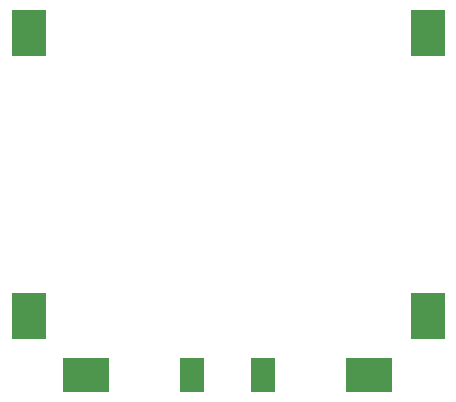
<source format=gbr>
%TF.GenerationSoftware,KiCad,Pcbnew,(5.1.10)-1*%
%TF.CreationDate,2022-01-02T17:40:11+01:00*%
%TF.ProjectId,3DESPWroverS,33444553-5057-4726-9f76-6572532e6b69,rev?*%
%TF.SameCoordinates,Original*%
%TF.FileFunction,Paste,Top*%
%TF.FilePolarity,Positive*%
%FSLAX46Y46*%
G04 Gerber Fmt 4.6, Leading zero omitted, Abs format (unit mm)*
G04 Created by KiCad (PCBNEW (5.1.10)-1) date 2022-01-02 17:40:11*
%MOMM*%
%LPD*%
G01*
G04 APERTURE LIST*
%ADD10R,2.000000X3.000000*%
%ADD11R,3.000000X4.000000*%
%ADD12R,4.000000X3.000000*%
G04 APERTURE END LIST*
D10*
%TO.C,J2*%
X123444000Y-74803000D03*
%TD*%
%TO.C,J3*%
X117475000Y-74803000D03*
%TD*%
D11*
%TO.C,J4*%
X103632000Y-69850000D03*
%TD*%
%TO.C,J5*%
X137414000Y-69850000D03*
%TD*%
D12*
%TO.C,J6*%
X108458000Y-74803000D03*
%TD*%
D11*
%TO.C,J7*%
X137414000Y-45847000D03*
%TD*%
D12*
%TO.C,J8*%
X132461000Y-74803000D03*
%TD*%
D11*
%TO.C,J9*%
X103632000Y-45847000D03*
%TD*%
M02*

</source>
